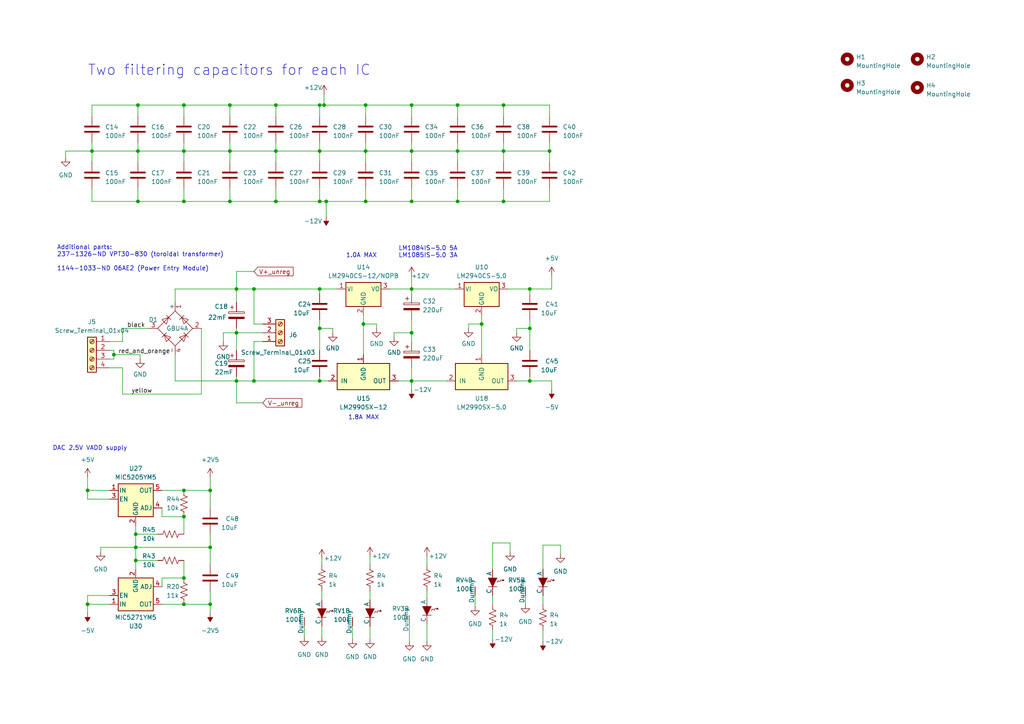
<source format=kicad_sch>
(kicad_sch (version 20230121) (generator eeschema)
  (paper "A4")
  (lib_symbols
    (symbol "Connector:Screw_Terminal_01x03" (pin_names (offset 1.016) hide)
      (property "Reference" "J" (at 0 5.08 0))
      (property "Value" "Screw_Terminal_01x03" (at 0 -5.08 0))
      (symbol "Screw_Terminal_01x03_1_1"
        (rectangle (start -1.27 3.81) (end 1.27 -3.81) (stroke (width 0.254)) (fill (type background)))
        (circle (center 0 -2.54) (radius 0.635) (stroke (width 0.1524)))
        (polyline (pts (xy -0.5334 -2.2098) (xy 0.3302 -3.048)) (stroke (width 0.1524)))
        (polyline (pts (xy -0.5334 0.3302) (xy 0.3302 -0.508)) (stroke (width 0.1524)))
        (polyline (pts (xy -0.5334 2.8702) (xy 0.3302 2.032)) (stroke (width 0.1524)))
        (polyline (pts (xy -0.3556 -2.032) (xy 0.508 -2.8702)) (stroke (width 0.1524)))
        (polyline (pts (xy -0.3556 0.508) (xy 0.508 -0.3302)) (stroke (width 0.1524)))
        (polyline (pts (xy -0.3556 3.048) (xy 0.508 2.2098)) (stroke (width 0.1524)))
        (circle (center 0 0) (radius 0.635) (stroke (width 0.1524)))
        (circle (center 0 2.54) (radius 0.635) (stroke (width 0.1524)))
        (pin passive line (at -5.08 2.54 0) (length 3.81) (name "Pin_1") (number "1"))
        (pin passive line (at -5.08 0 0) (length 3.81) (name "Pin_2") (number "2"))
        (pin passive line (at -5.08 -2.54 0) (length 3.81) (name "Pin_3") (number "3"))
      )
    )
    (symbol "Connector:Screw_Terminal_01x04" (pin_names (offset 1.016) hide)
      (property "Reference" "J" (at 0 5.08 0))
      (property "Value" "Screw_Terminal_01x04" (at 0 -7.62 0))
      (symbol "Screw_Terminal_01x04_1_1"
        (rectangle (start -1.27 3.81) (end 1.27 -6.35) (stroke (width 0.254)) (fill (type background)))
        (circle (center 0 -5.08) (radius 0.635) (stroke (width 0.1524)))
        (circle (center 0 -2.54) (radius 0.635) (stroke (width 0.1524)))
        (polyline (pts (xy -0.5334 -4.7498) (xy 0.3302 -5.588)) (stroke (width 0.1524)))
        (polyline (pts (xy -0.5334 -2.2098) (xy 0.3302 -3.048)) (stroke (width 0.1524)))
        (polyline (pts (xy -0.5334 0.3302) (xy 0.3302 -0.508)) (stroke (width 0.1524)))
        (polyline (pts (xy -0.5334 2.8702) (xy 0.3302 2.032)) (stroke (width 0.1524)))
        (polyline (pts (xy -0.3556 -4.572) (xy 0.508 -5.4102)) (stroke (width 0.1524)))
        (polyline (pts (xy -0.3556 -2.032) (xy 0.508 -2.8702)) (stroke (width 0.1524)))
        (polyline (pts (xy -0.3556 0.508) (xy 0.508 -0.3302)) (stroke (width 0.1524)))
        (polyline (pts (xy -0.3556 3.048) (xy 0.508 2.2098)) (stroke (width 0.1524)))
        (circle (center 0 0) (radius 0.635) (stroke (width 0.1524)))
        (circle (center 0 2.54) (radius 0.635) (stroke (width 0.1524)))
        (pin passive line (at -5.08 2.54 0) (length 3.81) (name "Pin_1") (number "1"))
        (pin passive line (at -5.08 0 0) (length 3.81) (name "Pin_2") (number "2"))
        (pin passive line (at -5.08 -2.54 0) (length 3.81) (name "Pin_3") (number "3"))
        (pin passive line (at -5.08 -5.08 0) (length 3.81) (name "Pin_4") (number "4"))
      )
    )
    (symbol "Device:C" (pin_numbers hide) (pin_names (offset 0.254))
      (property "Reference" "C" (at 0.635 2.54 0))
      (property "Value" "C" (at 0.635 -2.54 0))
      (symbol "C_0_1"
        (polyline (pts (xy -2.032 -0.762) (xy 2.032 -0.762)) (stroke (width 0.508)))
        (polyline (pts (xy -2.032 0.762) (xy 2.032 0.762)) (stroke (width 0.508)))
      )
      (symbol "C_1_1"
        (pin passive line (at 0 3.81 270) (length 2.794) (name "~") (number "1"))
        (pin passive line (at 0 -3.81 90) (length 2.794) (name "~") (number "2"))
      )
    )
    (symbol "Device:C_Polarized" (pin_numbers hide) (pin_names (offset 0.254))
      (property "Reference" "C" (at 0.635 2.54 0))
      (property "Value" "C_Polarized" (at 0.635 -2.54 0))
      (symbol "C_Polarized_0_1"
        (rectangle (start -2.286 0.508) (end 2.286 1.016))
        (polyline (pts (xy -1.778 2.286) (xy -0.762 2.286)))
        (polyline (pts (xy -1.27 2.794) (xy -1.27 1.778)))
        (rectangle (start 2.286 -0.508) (end -2.286 -1.016) (fill (type outline)))
      )
      (symbol "C_Polarized_1_1"
        (pin passive line (at 0 3.81 270) (length 2.794) (name "~") (number "1"))
        (pin passive line (at 0 -3.81 90) (length 2.794) (name "~") (number "2"))
      )
    )
    (symbol "Device:R_US" (pin_numbers hide) (pin_names (offset 0))
      (property "Reference" "R" (at 2.54 0 90))
      (property "Value" "R_US" (at -2.54 0 90))
      (symbol "R_US_0_1"
        (polyline (pts (xy 0 -2.286) (xy 0 -2.54)))
        (polyline (pts (xy 0 2.286) (xy 0 2.54)))
        (polyline (pts (xy 0 -0.762) (xy 1.016 -1.143) (xy 0 -1.524) (xy -1.016 -1.905) (xy 0 -2.286)))
        (polyline (pts (xy 0 0.762) (xy 1.016 0.381) (xy 0 0) (xy -1.016 -0.381) (xy 0 -0.762)))
        (polyline (pts (xy 0 2.286) (xy 1.016 1.905) (xy 0 1.524) (xy -1.016 1.143) (xy 0 0.762)))
      )
      (symbol "R_US_1_1"
        (pin passive line (at 0 3.81 270) (length 1.27) (name "~") (number "1"))
        (pin passive line (at 0 -3.81 90) (length 1.27) (name "~") (number "2"))
      )
    )
    (symbol "Diode_Bridge:GBU4A" (pin_names (offset 0))
      (property "Reference" "D" (at 2.54 6.985 0))
      (property "Value" "GBU4A" (at 2.54 5.08 0))
      (symbol "GBU4A_0_1"
        (polyline (pts (xy -2.54 3.81) (xy -1.27 2.54)))
        (polyline (pts (xy -1.27 -2.54) (xy -2.54 -3.81)))
        (polyline (pts (xy 2.54 -1.27) (xy 3.81 -2.54)))
        (polyline (pts (xy 2.54 1.27) (xy 3.81 2.54)))
        (polyline (pts (xy -3.81 2.54) (xy -2.54 1.27) (xy -1.905 3.175) (xy -3.81 2.54)))
        (polyline (pts (xy -2.54 -1.27) (xy -3.81 -2.54) (xy -1.905 -3.175) (xy -2.54 -1.27)))
        (polyline (pts (xy 1.27 2.54) (xy 2.54 3.81) (xy 3.175 1.905) (xy 1.27 2.54)))
        (polyline (pts (xy 3.175 -1.905) (xy 1.27 -2.54) (xy 2.54 -3.81) (xy 3.175 -1.905)))
        (polyline (pts (xy -5.08 0) (xy 0 -5.08) (xy 5.08 0) (xy 0 5.08) (xy -5.08 0)))
      )
      (symbol "GBU4A_1_1"
        (pin passive line (at 7.62 0 180) (length 2.54) (name "+") (number "1"))
        (pin passive line (at 0 -7.62 90) (length 2.54) (name "~") (number "2"))
        (pin passive line (at 0 7.62 270) (length 2.54) (name "~") (number "3"))
        (pin passive line (at -7.62 0 0) (length 2.54) (name "-") (number "4"))
      )
    )
    (symbol "Mechanical:MountingHole" (pin_names (offset 1.016))
      (property "Reference" "H" (at 0 5.08 0))
      (property "Value" "MountingHole" (at 0 3.175 0))
      (symbol "MountingHole_0_1"
        (circle (center 0 0) (radius 1.27) (stroke (width 1.27)))
      )
    )
    (symbol "Regulator_Linear:LM2937xS" (pin_names (offset 0.254))
      (property "Reference" "U" (at -3.81 3.175 0))
      (property "Value" "LM2937xS" (at 0 3.175 0))
      (symbol "LM2937xS_0_1"
        (rectangle (start -5.08 -5.08) (end 5.08 1.905) (stroke (width 0.254)) (fill (type background)))
      )
      (symbol "LM2937xS_1_1"
        (pin power_in line (at -7.62 0 0) (length 2.54) (name "VI") (number "1"))
        (pin power_in line (at 0 -7.62 90) (length 2.54) (name "GND") (number "2"))
        (pin power_out line (at 7.62 0 180) (length 2.54) (name "VO") (number "3"))
      )
    )
    (symbol "Regulator_Linear:LM2990SX-12" (pin_names (offset 1.016))
      (property "Reference" "U" (at -7.874 4.064 0))
      (property "Value" "LM2990SX-12" (at -3.048 4.064 0))
      (symbol "LM2990SX-12_0_1"
        (rectangle (start -7.62 2.54) (end 7.62 -5.08) (stroke (width 0.254)) (fill (type background)))
      )
      (symbol "LM2990SX-12_1_1"
        (pin power_in line (at 0 -7.62 90) (length 2.54) (name "GND") (number "1"))
        (pin power_in line (at -10.16 0 0) (length 2.54) (name "IN") (number "2"))
        (pin power_out line (at 10.16 0 180) (length 2.54) (name "OUT") (number "3"))
      )
    )
    (symbol "Regulator_Linear:MIC5205YM5" (pin_names (offset 0.254))
      (property "Reference" "U" (at -3.81 5.715 0))
      (property "Value" "MIC5205YM5" (at 0 5.715 0))
      (symbol "MIC5205YM5_0_1"
        (rectangle (start -5.08 4.445) (end 5.08 -5.08) (stroke (width 0.254)) (fill (type background)))
      )
      (symbol "MIC5205YM5_1_1"
        (pin power_in line (at -7.62 2.54 0) (length 2.54) (name "IN") (number "1"))
        (pin power_in line (at 0 -7.62 90) (length 2.54) (name "GND") (number "2"))
        (pin input line (at -7.62 0 0) (length 2.54) (name "EN") (number "3"))
        (pin input line (at 7.62 -2.54 180) (length 2.54) (name "ADJ") (number "4"))
        (pin power_out line (at 7.62 2.54 180) (length 2.54) (name "OUT") (number "5"))
      )
    )
    (symbol "local_lib:potentiometer_and _LED" (pin_numbers hide) (pin_names (offset 0))
      (property "Reference" "RV" (at -4.445 0 90))
      (property "Value" "100k" (at -2.54 0 90))
      (symbol "potentiometer_and _LED_1_1"
        (unit_name "Potentiometer")
        (polyline (pts (xy 0 -2.286) (xy 0 -2.54)))
        (polyline (pts (xy 0 2.54) (xy 0 2.286)))
        (polyline (pts (xy 2.54 0) (xy 1.524 0)))
        (polyline (pts (xy 1.143 0) (xy 2.286 0.508) (xy 2.286 -0.508) (xy 1.143 0)) (fill (type outline)))
        (polyline (pts (xy 0 -0.762) (xy 1.016 -1.143) (xy 0 -1.524) (xy -1.016 -1.905) (xy 0 -2.286)))
        (polyline (pts (xy 0 0.762) (xy 1.016 0.381) (xy 0 0) (xy -1.016 -0.381) (xy 0 -0.762)))
        (polyline (pts (xy 0 2.286) (xy 1.016 1.905) (xy 0 1.524) (xy -1.016 1.143) (xy 0 0.762)))
        (pin passive line (at 0 3.81 270) (length 1.27) (name "1") (number "1"))
        (pin passive line (at 3.81 0 180) (length 1.27) (name "2") (number "2"))
        (pin passive line (at 0 -3.81 90) (length 1.27) (name "3") (number "3"))
      )
      (symbol "potentiometer_and _LED_2_1"
        (unit_name "LED")
        (polyline (pts (xy -1.27 -1.27) (xy 1.27 -1.27)))
        (polyline (pts (xy 1.27 1.27) (xy -1.27 1.27) (xy 0 -1.27) (xy 1.27 1.27)) (fill (type outline)))
        (polyline (pts (xy 1.27 0) (xy 1.5487 0.4956) (xy 2.1435 0.1982) (xy 2.3615 0.7335) (xy 2.9364 0.5947) (xy 3.0356 0.8524) (xy 2.7977 0.4163) (xy 3.3329 0.4956) (xy 3.0356 0.8722) (xy 3.1545 0.555) (xy 3.0157 0.5947)))
        (pin passive line (at 0 3.81 270) (length 2.54) (name "A") (number "A"))
        (pin passive line (at 0 -3.81 90) (length 2.54) (name "C") (number "C"))
        (pin passive line (at -5.08 -3.81 90) (length 2.54) (name "Dummy") (number "L"))
      )
    )
    (symbol "power:+12V" (power) (pin_names (offset 0))
      (property "Value" "+12V" (at 0 3.556 0))
      (symbol "+12V_0_1"
        (polyline (pts (xy -0.762 1.27) (xy 0 2.54)))
        (polyline (pts (xy 0 0) (xy 0 2.54)))
        (polyline (pts (xy 0 2.54) (xy 0.762 1.27)))
      )
      (symbol "+12V_1_1"
        (pin power_in line (at 0 0 90) (length 0) hide (name "+12V") (number "1"))
      )
    )
    (symbol "power:+2V5" (power) (pin_names (offset 0))
      (property "Value" "+2V5" (at 0 3.556 0))
      (symbol "+2V5_0_1"
        (polyline (pts (xy -0.762 1.27) (xy 0 2.54)))
        (polyline (pts (xy 0 0) (xy 0 2.54)))
        (polyline (pts (xy 0 2.54) (xy 0.762 1.27)))
      )
      (symbol "+2V5_1_1"
        (pin power_in line (at 0 0 90) (length 0) hide (name "+2V5") (number "1"))
      )
    )
    (symbol "power:+5V" (power) (pin_names (offset 0))
      (property "Value" "+5V" (at 0 3.556 0))
      (symbol "+5V_0_1"
        (polyline (pts (xy -0.762 1.27) (xy 0 2.54)))
        (polyline (pts (xy 0 0) (xy 0 2.54)))
        (polyline (pts (xy 0 2.54) (xy 0.762 1.27)))
      )
      (symbol "+5V_1_1"
        (pin power_in line (at 0 0 90) (length 0) hide (name "+5V") (number "1"))
      )
    )
    (symbol "power:-12V" (power) (pin_names (offset 0))
      (property "Value" "-12V" (at 0 3.81 0))
      (symbol "-12V_0_0"
        (pin power_in line (at 0 0 90) (length 0) hide (name "-12V") (number "1"))
      )
      (symbol "-12V_0_1"
        (polyline (pts (xy 0 0) (xy 0 1.27) (xy 0.762 1.27) (xy 0 2.54) (xy -0.762 1.27) (xy 0 1.27)) (fill (type outline)))
      )
    )
    (symbol "power:-2V5" (power) (pin_names (offset 0))
      (property "Value" "-2V5" (at 0 3.81 0))
      (symbol "-2V5_0_0"
        (pin power_in line (at 0 0 90) (length 0) hide (name "-2V5") (number "1"))
      )
      (symbol "-2V5_0_1"
        (polyline (pts (xy 0 0) (xy 0 1.27) (xy 0.762 1.27) (xy 0 2.54) (xy -0.762 1.27) (xy 0 1.27)) (fill (type outline)))
      )
    )
    (symbol "power:-5V" (power) (pin_names (offset 0))
      (property "Value" "-5V" (at 0 3.81 0))
      (symbol "-5V_0_0"
        (pin power_in line (at 0 0 90) (length 0) hide (name "-5V") (number "1"))
      )
      (symbol "-5V_0_1"
        (polyline (pts (xy 0 0) (xy 0 1.27) (xy 0.762 1.27) (xy 0 2.54) (xy -0.762 1.27) (xy 0 1.27)) (fill (type outline)))
      )
    )
    (symbol "power:GND" (power) (pin_names (offset 0))
      (property "Value" "GND" (at 0 -3.81 0))
      (symbol "GND_0_1"
        (polyline (pts (xy 0 0) (xy 0 -1.27) (xy 1.27 -1.27) (xy 0 -2.54) (xy -1.27 -1.27) (xy 0 -1.27)))
      )
      (symbol "GND_1_1"
        (pin power_in line (at 0 0 270) (length 0) hide (name "GND") (number "1"))
      )
    )
  )
  (junction (at 119.38 58.42))
  (junction (at 119.38 30.48))
  (junction (at 106.045 43.815))
  (junction (at 146.05 58.42))
  (junction (at 153.67 110.49))
  (junction (at 159.385 43.815))
  (junction (at 68.58 83.82))
  (junction (at 53.34 175.26))
  (junction (at 119.38 96.52))
  (junction (at 53.34 30.48))
  (junction (at 80.01 43.815))
  (junction (at 153.67 95.25))
  (junction (at 25.4 142.24))
  (junction (at 53.34 43.815))
  (junction (at 73.66 110.49))
  (junction (at 139.7 93.98))
  (junction (at 39.37 154.94))
  (junction (at 53.34 167.64))
  (junction (at 105.41 93.98))
  (junction (at 153.67 83.82))
  (junction (at 40.005 58.42))
  (junction (at 66.675 58.42))
  (junction (at 33.02 102.87))
  (junction (at 119.38 110.49))
  (junction (at 39.37 158.75))
  (junction (at 68.58 96.52))
  (junction (at 60.96 142.24))
  (junction (at 132.715 30.48))
  (junction (at 26.67 43.815))
  (junction (at 68.58 110.49))
  (junction (at 106.045 30.48))
  (junction (at 40.005 30.48))
  (junction (at 92.71 95.25))
  (junction (at 119.38 43.815))
  (junction (at 80.01 58.42))
  (junction (at 40.005 43.815))
  (junction (at 132.715 58.42))
  (junction (at 60.96 158.75))
  (junction (at 92.71 83.82))
  (junction (at 73.66 83.82))
  (junction (at 53.34 149.86))
  (junction (at 92.71 43.815))
  (junction (at 146.05 30.48))
  (junction (at 66.675 30.48))
  (junction (at 146.05 43.815))
  (junction (at 80.01 30.48))
  (junction (at 119.38 83.82))
  (junction (at 92.71 110.49))
  (junction (at 92.71 30.48))
  (junction (at 60.96 175.26))
  (junction (at 132.715 43.815))
  (junction (at 39.37 162.56))
  (junction (at 93.98 30.48))
  (junction (at 66.675 43.815))
  (junction (at 94.615 58.42))
  (junction (at 25.4 175.26))
  (junction (at 106.045 58.42))
  (junction (at 92.71 58.42))
  (junction (at 53.34 142.24))
  (junction (at 53.34 58.42))
  (wire (pts (xy 64.77 99.06) (xy 64.77 96.52)))
  (wire (pts (xy 119.38 43.815) (xy 119.38 46.99)))
  (wire (pts (xy 146.05 30.48) (xy 132.715 30.48)))
  (wire (pts (xy 92.71 41.275) (xy 92.71 43.815)))
  (wire (pts (xy 39.37 162.56) (xy 45.72 162.56)))
  (wire (pts (xy 66.675 41.275) (xy 66.675 43.815)))
  (wire (pts (xy 94.615 58.42) (xy 94.615 62.865)))
  (wire (pts (xy 39.37 154.94) (xy 45.72 154.94)))
  (wire (pts (xy 31.75 99.06) (xy 35.56 99.06)))
  (wire (pts (xy 46.99 149.86) (xy 53.34 149.86)))
  (wire (pts (xy 119.38 106.68) (xy 119.38 110.49)))
  (wire (pts (xy 132.715 41.275) (xy 132.715 43.815)))
  (wire (pts (xy 53.34 149.86) (xy 53.34 154.94)))
  (wire (pts (xy 40.005 30.48) (xy 53.34 30.48)))
  (wire (pts (xy 29.21 160.02) (xy 29.21 158.75)))
  (wire (pts (xy 106.045 41.275) (xy 106.045 43.815)))
  (wire (pts (xy 68.58 110.49) (xy 68.58 116.84)))
  (wire (pts (xy 26.67 43.815) (xy 19.05 43.815)))
  (wire (pts (xy 40.005 54.61) (xy 40.005 58.42)))
  (wire (pts (xy 53.34 175.26) (xy 60.96 175.26)))
  (wire (pts (xy 146.05 43.815) (xy 159.385 43.815)))
  (wire (pts (xy 73.66 93.98) (xy 73.66 83.82)))
  (wire (pts (xy 66.675 43.815) (xy 53.34 43.815)))
  (wire (pts (xy 139.7 93.98) (xy 139.7 102.87)))
  (wire (pts (xy 68.58 83.82) (xy 68.58 87.63)))
  (wire (pts (xy 66.675 43.815) (xy 80.01 43.815)))
  (wire (pts (xy 80.01 43.815) (xy 80.01 46.99)))
  (wire (pts (xy 68.58 95.25) (xy 68.58 96.52)))
  (wire (pts (xy 123.825 161.29) (xy 123.825 163.83)))
  (wire (pts (xy 92.71 30.48) (xy 92.71 33.655)))
  (wire (pts (xy 80.01 30.48) (xy 92.71 30.48)))
  (wire (pts (xy 53.34 58.42) (xy 66.675 58.42)))
  (wire (pts (xy 106.045 43.815) (xy 106.045 46.99)))
  (wire (pts (xy 132.715 30.48) (xy 132.715 33.655)))
  (wire (pts (xy 50.8 83.82) (xy 68.58 83.82)))
  (wire (pts (xy 105.41 91.44) (xy 105.41 93.98)))
  (wire (pts (xy 26.67 43.815) (xy 40.005 43.815)))
  (wire (pts (xy 66.675 30.48) (xy 80.01 30.48)))
  (wire (pts (xy 39.37 154.94) (xy 39.37 158.75)))
  (wire (pts (xy 159.385 43.815) (xy 159.385 46.99)))
  (wire (pts (xy 114.3 97.79) (xy 114.3 96.52)))
  (wire (pts (xy 123.825 180.975) (xy 123.825 186.055)))
  (wire (pts (xy 46.99 175.26) (xy 53.34 175.26)))
  (wire (pts (xy 50.8 87.63) (xy 50.8 83.82)))
  (wire (pts (xy 106.045 30.48) (xy 106.045 33.655)))
  (wire (pts (xy 159.385 30.48) (xy 146.05 30.48)))
  (wire (pts (xy 92.71 95.25) (xy 92.71 101.6)))
  (wire (pts (xy 142.875 182.88) (xy 142.875 185.42)))
  (wire (pts (xy 66.675 54.61) (xy 66.675 58.42)))
  (wire (pts (xy 96.52 96.52) (xy 96.52 95.25)))
  (wire (pts (xy 132.715 54.61) (xy 132.715 58.42)))
  (wire (pts (xy 146.05 54.61) (xy 146.05 58.42)))
  (wire (pts (xy 66.675 30.48) (xy 66.675 33.655)))
  (wire (pts (xy 64.77 96.52) (xy 68.58 96.52)))
  (wire (pts (xy 109.22 95.25) (xy 109.22 93.98)))
  (wire (pts (xy 80.01 41.275) (xy 80.01 43.815)))
  (wire (pts (xy 159.385 30.48) (xy 159.385 33.655)))
  (wire (pts (xy 149.86 95.25) (xy 149.86 96.52)))
  (wire (pts (xy 92.71 110.49) (xy 95.25 110.49)))
  (wire (pts (xy 146.05 41.275) (xy 146.05 43.815)))
  (wire (pts (xy 68.58 116.84) (xy 76.2 116.84)))
  (wire (pts (xy 40.005 30.48) (xy 40.005 33.655)))
  (wire (pts (xy 139.7 91.44) (xy 139.7 93.98)))
  (wire (pts (xy 92.71 43.815) (xy 92.71 46.99)))
  (wire (pts (xy 119.38 83.82) (xy 132.08 83.82)))
  (wire (pts (xy 26.67 30.48) (xy 40.005 30.48)))
  (wire (pts (xy 73.66 99.06) (xy 73.66 110.49)))
  (wire (pts (xy 106.045 58.42) (xy 119.38 58.42)))
  (wire (pts (xy 76.2 99.06) (xy 73.66 99.06)))
  (wire (pts (xy 60.96 175.26) (xy 60.96 177.8)))
  (wire (pts (xy 119.38 92.71) (xy 119.38 96.52)))
  (wire (pts (xy 146.05 30.48) (xy 146.05 33.655)))
  (wire (pts (xy 162.56 158.115) (xy 157.48 158.115)))
  (wire (pts (xy 146.05 58.42) (xy 159.385 58.42)))
  (wire (pts (xy 26.67 41.275) (xy 26.67 43.815)))
  (wire (pts (xy 40.005 43.815) (xy 40.005 46.99)))
  (wire (pts (xy 53.34 30.48) (xy 66.675 30.48)))
  (wire (pts (xy 107.315 171.45) (xy 107.315 173.99)))
  (wire (pts (xy 29.21 158.75) (xy 39.37 158.75)))
  (wire (pts (xy 132.715 43.815) (xy 146.05 43.815)))
  (wire (pts (xy 25.4 144.78) (xy 25.4 142.24)))
  (wire (pts (xy 113.03 83.82) (xy 119.38 83.82)))
  (wire (pts (xy 92.71 109.22) (xy 92.71 110.49)))
  (wire (pts (xy 35.56 106.68) (xy 35.56 114.3)))
  (wire (pts (xy 135.89 93.98) (xy 135.89 95.25)))
  (wire (pts (xy 114.3 96.52) (xy 119.38 96.52)))
  (wire (pts (xy 25.4 172.72) (xy 25.4 175.26)))
  (wire (pts (xy 153.67 110.49) (xy 160.02 110.49)))
  (wire (pts (xy 53.34 54.61) (xy 53.34 58.42)))
  (wire (pts (xy 31.75 144.78) (xy 25.4 144.78)))
  (wire (pts (xy 60.96 142.24) (xy 60.96 147.32)))
  (wire (pts (xy 26.67 33.655) (xy 26.67 30.48)))
  (wire (pts (xy 132.715 43.815) (xy 132.715 46.99)))
  (wire (pts (xy 162.56 160.655) (xy 162.56 158.115)))
  (wire (pts (xy 119.38 80.01) (xy 119.38 83.82)))
  (wire (pts (xy 142.875 157.48) (xy 147.955 157.48)))
  (wire (pts (xy 66.675 43.815) (xy 66.675 46.99)))
  (wire (pts (xy 31.75 142.24) (xy 25.4 142.24)))
  (wire (pts (xy 96.52 95.25) (xy 92.71 95.25)))
  (wire (pts (xy 53.34 142.24) (xy 60.96 142.24)))
  (wire (pts (xy 68.58 96.52) (xy 76.2 96.52)))
  (wire (pts (xy 60.96 154.94) (xy 60.96 158.75)))
  (wire (pts (xy 153.67 83.82) (xy 160.02 83.82)))
  (wire (pts (xy 132.715 58.42) (xy 146.05 58.42)))
  (wire (pts (xy 119.38 30.48) (xy 106.045 30.48)))
  (wire (pts (xy 92.71 92.71) (xy 92.71 95.25)))
  (wire (pts (xy 60.96 138.43) (xy 60.96 142.24)))
  (wire (pts (xy 102.235 181.61) (xy 102.235 185.42)))
  (wire (pts (xy 115.57 110.49) (xy 119.38 110.49)))
  (wire (pts (xy 60.96 158.75) (xy 39.37 158.75)))
  (wire (pts (xy 94.615 58.42) (xy 106.045 58.42)))
  (wire (pts (xy 118.745 180.975) (xy 118.745 186.055)))
  (wire (pts (xy 157.48 172.72) (xy 157.48 175.26)))
  (wire (pts (xy 26.67 43.815) (xy 26.67 46.99)))
  (wire (pts (xy 80.01 54.61) (xy 80.01 58.42)))
  (wire (pts (xy 153.67 92.71) (xy 153.67 95.25)))
  (wire (pts (xy 53.34 162.56) (xy 53.34 167.64)))
  (wire (pts (xy 46.99 170.18) (xy 46.99 167.64)))
  (wire (pts (xy 135.89 93.98) (xy 139.7 93.98)))
  (wire (pts (xy 40.005 41.275) (xy 40.005 43.815)))
  (wire (pts (xy 119.38 85.09) (xy 119.38 83.82)))
  (wire (pts (xy 39.37 162.56) (xy 39.37 165.1)))
  (wire (pts (xy 35.56 114.3) (xy 58.42 114.3)))
  (wire (pts (xy 39.37 158.75) (xy 39.37 162.56)))
  (wire (pts (xy 147.32 83.82) (xy 153.67 83.82)))
  (wire (pts (xy 31.75 172.72) (xy 25.4 172.72)))
  (wire (pts (xy 153.67 83.82) (xy 153.67 85.09)))
  (wire (pts (xy 147.955 157.48) (xy 147.955 160.02)))
  (wire (pts (xy 153.67 95.25) (xy 153.67 101.6)))
  (wire (pts (xy 33.02 102.87) (xy 40.64 102.87)))
  (wire (pts (xy 132.715 30.48) (xy 119.38 30.48)))
  (wire (pts (xy 159.385 54.61) (xy 159.385 58.42)))
  (wire (pts (xy 92.71 43.815) (xy 106.045 43.815)))
  (wire (pts (xy 80.01 43.815) (xy 92.71 43.815)))
  (wire (pts (xy 31.75 101.6) (xy 33.02 101.6)))
  (wire (pts (xy 109.22 93.98) (xy 105.41 93.98)))
  (wire (pts (xy 33.02 102.87) (xy 33.02 104.14)))
  (wire (pts (xy 58.42 95.25) (xy 58.42 114.3)))
  (wire (pts (xy 149.86 95.25) (xy 153.67 95.25)))
  (wire (pts (xy 159.385 41.275) (xy 159.385 43.815)))
  (wire (pts (xy 137.795 172.72) (xy 137.795 175.895)))
  (wire (pts (xy 53.34 41.275) (xy 53.34 43.815)))
  (wire (pts (xy 66.675 58.42) (xy 80.01 58.42)))
  (wire (pts (xy 107.315 181.61) (xy 107.315 185.42)))
  (wire (pts (xy 157.48 158.115) (xy 157.48 165.1)))
  (wire (pts (xy 68.58 78.74) (xy 68.58 83.82)))
  (wire (pts (xy 53.34 30.48) (xy 53.34 33.655)))
  (wire (pts (xy 149.86 110.49) (xy 153.67 110.49)))
  (wire (pts (xy 152.4 172.72) (xy 152.4 175.26)))
  (wire (pts (xy 73.66 83.82) (xy 92.71 83.82)))
  (wire (pts (xy 119.38 54.61) (xy 119.38 58.42)))
  (wire (pts (xy 46.99 167.64) (xy 53.34 167.64)))
  (wire (pts (xy 26.67 54.61) (xy 26.67 58.42)))
  (wire (pts (xy 31.75 175.26) (xy 25.4 175.26)))
  (wire (pts (xy 92.71 58.42) (xy 94.615 58.42)))
  (wire (pts (xy 107.315 161.29) (xy 107.315 163.83)))
  (wire (pts (xy 119.38 58.42) (xy 132.715 58.42)))
  (wire (pts (xy 40.005 43.815) (xy 53.34 43.815)))
  (wire (pts (xy 105.41 93.98) (xy 105.41 102.87)))
  (wire (pts (xy 40.64 102.87) (xy 40.64 104.14)))
  (wire (pts (xy 80.01 58.42) (xy 92.71 58.42)))
  (wire (pts (xy 92.71 54.61) (xy 92.71 58.42)))
  (wire (pts (xy 40.005 58.42) (xy 53.34 58.42)))
  (wire (pts (xy 93.345 181.61) (xy 93.345 184.785)))
  (wire (pts (xy 119.38 30.48) (xy 119.38 33.655)))
  (wire (pts (xy 53.34 43.815) (xy 53.34 46.99)))
  (wire (pts (xy 119.38 110.49) (xy 119.38 113.03)))
  (wire (pts (xy 119.38 43.815) (xy 132.715 43.815)))
  (wire (pts (xy 39.37 152.4) (xy 39.37 154.94)))
  (wire (pts (xy 50.8 110.49) (xy 50.8 102.87)))
  (wire (pts (xy 106.045 30.48) (xy 93.98 30.48)))
  (wire (pts (xy 93.345 161.925) (xy 93.345 163.83)))
  (wire (pts (xy 119.38 43.815) (xy 106.045 43.815)))
  (wire (pts (xy 142.875 172.72) (xy 142.875 175.26)))
  (wire (pts (xy 153.67 109.22) (xy 153.67 110.49)))
  (wire (pts (xy 119.38 96.52) (xy 119.38 99.06)))
  (wire (pts (xy 146.05 43.815) (xy 146.05 46.99)))
  (wire (pts (xy 35.56 95.25) (xy 43.18 95.25)))
  (wire (pts (xy 106.045 54.61) (xy 106.045 58.42)))
  (wire (pts (xy 73.66 78.74) (xy 68.58 78.74)))
  (wire (pts (xy 160.02 110.49) (xy 160.02 113.03)))
  (wire (pts (xy 119.38 110.49) (xy 129.54 110.49)))
  (wire (pts (xy 73.66 110.49) (xy 92.71 110.49)))
  (wire (pts (xy 142.875 165.1) (xy 142.875 157.48)))
  (wire (pts (xy 26.67 58.42) (xy 40.005 58.42)))
  (wire (pts (xy 123.825 171.45) (xy 123.825 173.355)))
  (wire (pts (xy 68.58 109.22) (xy 68.58 110.49)))
  (wire (pts (xy 60.96 158.75) (xy 60.96 163.83)))
  (wire (pts (xy 68.58 96.52) (xy 68.58 101.6)))
  (wire (pts (xy 46.99 147.32) (xy 46.99 149.86)))
  (wire (pts (xy 31.75 104.14) (xy 33.02 104.14)))
  (wire (pts (xy 25.4 142.24) (xy 25.4 138.43)))
  (wire (pts (xy 31.75 106.68) (xy 35.56 106.68)))
  (wire (pts (xy 92.71 83.82) (xy 97.79 83.82)))
  (wire (pts (xy 93.345 171.45) (xy 93.345 173.99)))
  (wire (pts (xy 88.265 181.61) (xy 88.265 184.785)))
  (wire (pts (xy 68.58 83.82) (xy 73.66 83.82)))
  (wire (pts (xy 92.71 30.48) (xy 93.98 30.48)))
  (wire (pts (xy 76.2 93.98) (xy 73.66 93.98)))
  (wire (pts (xy 93.98 27.305) (xy 93.98 30.48)))
  (wire (pts (xy 119.38 41.275) (xy 119.38 43.815)))
  (wire (pts (xy 35.56 99.06) (xy 35.56 95.25)))
  (wire (pts (xy 92.71 83.82) (xy 92.71 85.09)))
  (wire (pts (xy 25.4 175.26) (xy 25.4 177.8)))
  (wire (pts (xy 60.96 171.45) (xy 60.96 175.26)))
  (wire (pts (xy 160.02 80.01) (xy 160.02 83.82)))
  (wire (pts (xy 68.58 110.49) (xy 73.66 110.49)))
  (wire (pts (xy 19.05 43.815) (xy 19.05 45.72)))
  (wire (pts (xy 157.48 182.88) (xy 157.48 186.055)))
  (wire (pts (xy 33.02 101.6) (xy 33.02 102.87)))
  (wire (pts (xy 50.8 110.49) (xy 68.58 110.49)))
  (wire (pts (xy 46.99 142.24) (xy 53.34 142.24)))
  (wire (pts (xy 80.01 30.48) (xy 80.01 33.655)))
  (text "DAC 2.5V VADD supply" (at 15.24 130.81 0) (effects (font (size 1.27 1.27)) (justify left bottom)))
  (text "Two filtering capacitors for each IC " (at 25.4 22.225 0) (effects (font (size 3 3)) (justify left bottom)))
  (text "1.8A MAX" (at 100.965 121.92 0) (effects (font (size 1.27 1.27)) (justify left bottom)))
  (text "LM1084IS-5.0 5A\nLM1085IS-5.0 3A\n" (at 115.57 74.93 0) (effects (font (size 1.27 1.27)) (justify left bottom)))
  (text "1.0A MAX" (at 100.33 74.93 0) (effects (font (size 1.27 1.27)) (justify left bottom)))
  (text "Additional parts:\n237-1326-ND VPT30-830 (toroidal transformer)\n	\n1144-1033-ND 06AE2 (Power Entry Module)\n" (at 16.51 78.74 0) (effects (font (size 1.27 1.27)) (justify left bottom)))
  (label "black" (at 36.83 95.25 0))
  (label "yellow" (at 38.1 114.3 0))
  (label "red_and_orange" (at 34.29 102.87 0))
  (global_label "V+_unreg" (shape input) (at 73.66 78.74 0) (property "Intersheetrefs" "${INTERSHEET_REFS}" (effects hide)))
  (global_label "V-_unreg" (shape input) (at 76.2 116.84 0) (property "Intersheetrefs" "${INTERSHEET_REFS}" (effects hide)))
  (symbol (lib_id "power:GND") (at 88.265 184.785 0) (unit 1)
    (property "Reference" "#PWR040" (effects hide))
    (property "Value" "GND" (at 88.265 189.865 0))
  )
  (symbol (lib_id "power:GND") (at 162.56 160.655 0) (unit 1)
    (property "Reference" "#PWR061" (effects hide))
    (property "Value" "GND" (at 162.56 165.735 0))
  )
  (symbol (lib_id "Regulator_Linear:LM2990SX-12") (at 105.41 110.49 0) (mirror x) (unit 1)
    (property "Reference" "U15" (at 105.41 115.57 0))
    (property "Value" "LM2990SX-12" (at 105.41 118.11 0))
    (property "Footprint" "Package_TO_SOT_SMD:TO-263-3_TabPin2" (effects hide))
    (property "Datasheet" "http://www.ti.com/lit/ds/symlink/lm2990.pdf" (effects hide))
    (property "DIGIKEY" "LM2990SX-12/NOPBCT-ND" (effects hide))
    (property "PARTNO" "LM2990SX-12/NOPB" (effects hide))
  )
  (symbol (lib_id "Device:C") (at 119.38 37.465 0) (unit 1)
    (property "Reference" "C34" (at 123.19 36.83 0) (effects (justify left)))
    (property "Value" "100nF" (at 123.19 39.37 0) (effects (justify left)))
    (property "Footprint" "Capacitor_SMD:C_0805_2012Metric" (effects hide))
  )
  (symbol (lib_id "Mechanical:MountingHole") (at 266.065 25.4 0) (unit 1)
    (property "Reference" "H4" (at 268.605 24.765 0) (effects (justify left)))
    (property "Value" "MountingHole" (at 268.605 27.305 0) (effects (justify left)))
    (property "Footprint" "MountingHole:MountingHole_3.2mm_M3_ISO14580" (effects hide))
  )
  (symbol (lib_id "Device:R_US") (at 93.345 167.64 180) (unit 1)
    (property "Reference" "R4" (at 95.25 167.005 0) (effects (justify right)))
    (property "Value" "1k" (at 95.25 169.545 0) (effects (justify right)))
    (property "Footprint" "Resistor_SMD:R_0805_2012Metric" (effects hide))
    (instances (project "basic_pid" (path "" (reference "R4") (unit 1)) (path "" (reference "R24") (unit 1))))
  )
  (symbol (lib_id "Device:C") (at 26.67 37.465 0) (unit 1)
    (property "Reference" "C14" (at 30.48 36.83 0) (effects (justify left)))
    (property "Value" "100nF" (at 30.48 39.37 0) (effects (justify left)))
    (property "Footprint" "Capacitor_SMD:C_0805_2012Metric" (effects hide))
  )
  (symbol (lib_id "Device:R_US") (at 53.34 146.05 0) (unit 1)
    (property "Reference" "R44" (at 48.26 144.78 0) (effects (justify left)))
    (property "Value" "10k" (at 48.26 147.32 0) (effects (justify left)))
  )
  (symbol (lib_id "Device:C") (at 153.67 88.9 0) (unit 1)
    (property "Reference" "C41" (at 158.115 88.265 0) (effects (justify left)))
    (property "Value" "10uF" (at 156.845 90.805 0) (effects (justify left)))
    (property "Footprint" "Capacitor_SMD:C_1210_3225Metric" (effects hide))
  )
  (symbol (lib_id "Connector:Screw_Terminal_01x04") (at 26.67 101.6 0) (mirror y) (unit 1)
    (property "Reference" "J5" (at 26.67 93.345 0))
    (property "Value" "Screw_Terminal_01x04" (at 26.67 95.885 0))
    (property "Footprint" "TerminalBlock:TerminalBlock_Altech_AK300-4_P5.00mm" (effects hide))
  )
  (symbol (lib_id "Device:C") (at 60.96 167.64 0) (unit 1)
    (property "Reference" "C49" (at 65.405 167.005 0) (effects (justify left)))
    (property "Value" "10uF" (at 64.135 169.545 0) (effects (justify left)))
    (property "Footprint" "Capacitor_SMD:C_1210_3225Metric" (effects hide))
  )
  (symbol (lib_id "power:GND") (at 64.77 99.06 0) (unit 1)
    (property "Reference" "#PWR039" (effects hide))
    (property "Value" "GND" (at 64.77 103.505 0))
  )
  (symbol (lib_id "power:GND") (at 107.315 185.42 0) (unit 1)
    (property "Reference" "#PWR045" (effects hide))
    (property "Value" "GND" (at 107.315 190.5 0))
  )
  (symbol (lib_id "Regulator_Linear:LM2937xS") (at 105.41 83.82 0) (unit 1)
    (property "Reference" "U14" (at 105.41 77.47 0))
    (property "Value" "LM2940CS-12/NOPB" (at 105.41 80.01 0))
    (property "Footprint" "Package_TO_SOT_SMD:TO-263-3_TabPin2" (effects hide))
    (property "Datasheet" "https://rocelec.widen.net/view/pdf/plo4um4rey/NATLS09701-1.pdf" (effects hide))
    (property "DIGIKEY" "LM2940CS-12/NOPB-ND" (effects hide))
    (property "PARTNO" "LM2940CS-12/NOPB" (effects hide))
  )
  (symbol (lib_id "Device:C") (at 119.38 50.8 0) (unit 1)
    (property "Reference" "C35" (at 123.19 50.165 0) (effects (justify left)))
    (property "Value" "100nF" (at 123.19 52.705 0) (effects (justify left)))
    (property "Footprint" "Capacitor_SMD:C_0805_2012Metric" (effects hide))
  )
  (symbol (lib_id "power:GND") (at 109.22 95.25 0) (unit 1)
    (property "Reference" "#PWR052" (effects hide))
    (property "Value" "GND" (at 109.22 99.695 0))
  )
  (symbol (lib_id "Device:C_Polarized") (at 68.58 91.44 0) (unit 1)
    (property "Reference" "C18" (at 62.23 88.9 0) (effects (justify left)))
    (property "Value" "22mF" (at 60.325 92.075 0) (effects (justify left)))
    (property "Footprint" "Capacitor_THT:CP_Radial_D30.0mm_P10.00mm_SnapIn" (effects hide))
    (property "Datasheet" "https://www.cde.com/resources/catalogs/380-382.pdf" (effects hide))
    (property "DIGIKEY" "338-2433-ND" (effects hide))
    (property "PARTNO" "380LX223M035K052" (effects hide))
  )
  (symbol (lib_id "power:GND") (at 147.955 160.02 0) (unit 1)
    (property "Reference" "#PWR058" (effects hide))
    (property "Value" "GND" (at 147.955 165.1 0))
  )
  (symbol (lib_id "power:+2V5") (at 60.96 138.43 0) (unit 1)
    (property "Reference" "#PWR0106" (effects hide))
    (property "Value" "+2V5" (at 60.96 133.35 0))
  )
  (symbol (lib_id "power:GND") (at 29.21 160.02 0) (unit 1)
    (property "Reference" "#PWR0104" (effects hide))
    (property "Value" "GND" (at 29.21 165.1 0))
  )
  (symbol (lib_id "Regulator_Linear:MIC5205YM5") (at 39.37 144.78 0) (unit 1)
    (property "Reference" "U27" (at 39.37 135.89 0))
    (property "Value" "MIC5205YM5" (at 39.37 138.43 0))
    (property "Footprint" "Package_TO_SOT_SMD:SOT-23-5" (effects hide))
    (property "Datasheet" "http://ww1.microchip.com/downloads/en/DeviceDoc/20005785A.pdf" (effects hide))
  )
  (symbol (lib_id "Device:C") (at 80.01 37.465 0) (unit 1)
    (property "Reference" "C26" (at 83.82 36.83 0) (effects (justify left)))
    (property "Value" "100nF" (at 83.82 39.37 0) (effects (justify left)))
    (property "Footprint" "Capacitor_SMD:C_0805_2012Metric" (effects hide))
  )
  (symbol (lib_id "Device:C") (at 40.005 37.465 0) (unit 1)
    (property "Reference" "C16" (at 43.815 36.83 0) (effects (justify left)))
    (property "Value" "100nF" (at 43.815 39.37 0) (effects (justify left)))
    (property "Footprint" "Capacitor_SMD:C_0805_2012Metric" (effects hide))
  )
  (symbol (lib_id "Device:C") (at 53.34 50.8 0) (unit 1)
    (property "Reference" "C21" (at 57.15 50.165 0) (effects (justify left)))
    (property "Value" "100nF" (at 57.15 52.705 0) (effects (justify left)))
    (property "Footprint" "Capacitor_SMD:C_0805_2012Metric" (effects hide))
  )
  (symbol (lib_id "Device:C") (at 92.71 105.41 0) (unit 1)
    (property "Reference" "C25" (at 86.36 104.775 0) (effects (justify left)))
    (property "Value" "10uF" (at 85.09 107.315 0) (effects (justify left)))
    (property "Footprint" "Capacitor_SMD:C_1210_3225Metric" (effects hide))
  )
  (symbol (lib_id "Mechanical:MountingHole") (at 245.745 24.765 0) (unit 1)
    (property "Reference" "H3" (at 248.285 24.13 0) (effects (justify left)))
    (property "Value" "MountingHole" (at 248.285 26.67 0) (effects (justify left)))
    (property "Footprint" "MountingHole:MountingHole_3.2mm_M3_ISO14580" (effects hide))
  )
  (symbol (lib_id "local_lib:potentiometer_and _LED") (at 142.875 168.91 0) (unit 2)
    (property "Reference" "RV4" (at 137.16 168.275 0) (effects (justify right)))
    (property "Value" "100k" (at 137.16 170.815 0) (effects (justify right)))
    (property "Footprint" "lib:Slide_pot_45mm" (effects hide))
    (property "Datasheet" "https://www.bourns.com/docs/Product-Datasheets/PTL.pdf" (effects hide))
    (property "PARTNO" "PTL45-15O0-104B1" (effects hide))
    (property "DIGIKEY" "PTL45-15O0-104B1-ND" (effects hide))
    (instances (project "basic_pid" (path "" (reference "RV4") (unit 2)) (path "" (reference "RV5") (unit 2))))
  )
  (symbol (lib_id "power:+12V") (at 119.38 80.01 0) (unit 1)
    (property "Reference" "#PWR054" (effects hide))
    (property "Value" "+12V" (at 121.92 80.01 0))
  )
  (symbol (lib_id "Connector:Screw_Terminal_01x03") (at 81.28 96.52 0) (mirror x) (unit 1)
    (property "Reference" "J6" (at 83.82 97.155 0) (effects (justify left)))
    (property "Value" "Screw_Terminal_01x03" (at 69.85 102.235 0) (effects (justify left)))
    (property "Footprint" "TerminalBlock:TerminalBlock_Altech_AK300-3_P5.00mm" (effects hide))
  )
  (symbol (lib_id "Device:R_US") (at 123.825 167.64 180) (unit 1)
    (property "Reference" "R4" (at 125.73 167.005 0) (effects (justify right)))
    (property "Value" "1k" (at 125.73 169.545 0) (effects (justify right)))
    (property "Footprint" "Resistor_SMD:R_0805_2012Metric" (effects hide))
    (instances (project "basic_pid" (path "" (reference "R4") (unit 1)) (path "" (reference "R26") (unit 1))))
  )
  (symbol (lib_id "Regulator_Linear:LM2990SX-12") (at 139.7 110.49 0) (mirror x) (unit 1)
    (property "Reference" "U18" (at 139.7 115.57 0))
    (property "Value" "LM2990SX-5.0" (at 139.7 118.11 0))
    (property "Footprint" "Package_TO_SOT_SMD:TO-263-3_TabPin2" (effects hide))
    (property "Datasheet" "http://www.ti.com/lit/ds/symlink/lm2990.pdf" (effects hide))
    (property "DIGIKEY" "LM2990SX-5.0/NOPBCT-ND" (effects hide))
    (property "PARTNO" "LM2990SX-5.0/NOPB" (effects hide))
  )
  (symbol (lib_id "power:+12V") (at 93.345 161.925 0) (unit 1)
    (property "Reference" "#PWR041" (effects hide))
    (property "Value" "+12V" (at 96.52 161.925 0))
  )
  (symbol (lib_id "power:+12V") (at 93.98 27.305 0) (unit 1)
    (property "Reference" "#PWR048" (effects hide))
    (property "Value" "+12V" (at 90.805 25.4 0))
  )
  (symbol (lib_id "power:+12V") (at 107.315 161.29 0) (unit 1)
    (property "Reference" "#PWR044" (effects hide))
    (property "Value" "+12V" (at 110.49 161.29 0))
  )
  (symbol (lib_id "power:-12V") (at 157.48 186.055 180) (unit 1)
    (property "Reference" "#PWR060" (effects hide))
    (property "Value" "-12V" (at 160.655 186.055 0))
  )
  (symbol (lib_id "power:-2V5") (at 60.96 177.8 180) (unit 1)
    (property "Reference" "#PWR0105" (effects hide))
    (property "Value" "-2V5" (at 60.96 182.88 0))
  )
  (symbol (lib_id "power:+12V") (at 123.825 161.29 0) (unit 1)
    (property "Reference" "#PWR050" (effects hide))
    (property "Value" "+12V" (at 127 161.29 0))
  )
  (symbol (lib_id "Diode_Bridge:GBU4A") (at 50.8 95.25 90) (unit 1)
    (property "Reference" "D1" (at 44.45 92.71 90))
    (property "Value" "GBU4A" (at 51.435 95.25 90))
    (property "Footprint" "Diode_THT:Diode_Bridge_Vishay_GBU" (effects hide))
    (property "Datasheet" "http://www.vishay.com/docs/88656/gbu4a.pdf" (effects hide))
    (property "DIGIKEY" "GBU4A-ND" (effects hide))
    (property "PARTNO" "GBU4A" (effects hide))
  )
  (symbol (lib_id "Device:C") (at 106.045 50.8 0) (unit 1)
    (property "Reference" "C31" (at 109.855 50.165 0) (effects (justify left)))
    (property "Value" "100nF" (at 109.855 52.705 0) (effects (justify left)))
    (property "Footprint" "Capacitor_SMD:C_0805_2012Metric" (effects hide))
  )
  (symbol (lib_id "power:+5V") (at 160.02 80.01 0) (unit 1)
    (property "Reference" "#PWR079" (effects hide))
    (property "Value" "+5V" (at 160.02 74.93 0))
  )
  (symbol (lib_id "Device:C") (at 92.71 37.465 0) (unit 1)
    (property "Reference" "C28" (at 96.52 36.83 0) (effects (justify left)))
    (property "Value" "100nF" (at 96.52 39.37 0) (effects (justify left)))
    (property "Footprint" "Capacitor_SMD:C_0805_2012Metric" (effects hide))
  )
  (symbol (lib_id "Device:C") (at 66.675 37.465 0) (unit 1)
    (property "Reference" "C22" (at 70.485 36.83 0) (effects (justify left)))
    (property "Value" "100nF" (at 70.485 39.37 0) (effects (justify left)))
    (property "Footprint" "Capacitor_SMD:C_0805_2012Metric" (effects hide))
  )
  (symbol (lib_id "power:GND") (at 93.345 184.785 0) (unit 1)
    (property "Reference" "#PWR042" (effects hide))
    (property "Value" "GND" (at 93.345 189.865 0))
  )
  (symbol (lib_id "Mechanical:MountingHole") (at 266.065 17.145 0) (unit 1)
    (property "Reference" "H2" (at 268.605 16.51 0) (effects (justify left)))
    (property "Value" "MountingHole" (at 268.605 19.05 0) (effects (justify left)))
    (property "Footprint" "MountingHole:MountingHole_3.2mm_M3_ISO14580" (effects hide))
  )
  (symbol (lib_id "power:-12V") (at 94.615 62.865 180) (unit 1)
    (property "Reference" "#PWR049" (effects hide))
    (property "Value" "-12V" (at 90.805 64.135 0))
  )
  (symbol (lib_id "Device:C") (at 146.05 50.8 0) (unit 1)
    (property "Reference" "C39" (at 149.86 50.165 0) (effects (justify left)))
    (property "Value" "100nF" (at 149.86 52.705 0) (effects (justify left)))
    (property "Footprint" "Capacitor_SMD:C_0805_2012Metric" (effects hide))
  )
  (symbol (lib_id "power:GND") (at 96.52 96.52 0) (unit 1)
    (property "Reference" "#PWR046" (effects hide))
    (property "Value" "GND" (at 96.52 100.965 0))
  )
  (symbol (lib_id "power:GND") (at 19.05 45.72 0) (unit 1)
    (property "Reference" "#PWR038" (effects hide))
    (property "Value" "GND" (at 19.05 50.8 0))
  )
  (symbol (lib_id "Device:C") (at 53.34 37.465 0) (unit 1)
    (property "Reference" "C20" (at 57.15 36.83 0) (effects (justify left)))
    (property "Value" "100nF" (at 57.15 39.37 0) (effects (justify left)))
    (property "Footprint" "Capacitor_SMD:C_0805_2012Metric" (effects hide))
  )
  (symbol (lib_id "power:+5V") (at 25.4 138.43 0) (unit 1)
    (property "Reference" "#PWR0102" (effects hide))
    (property "Value" "+5V" (at 25.4 133.35 0))
  )
  (symbol (lib_id "Device:C") (at 80.01 50.8 0) (unit 1)
    (property "Reference" "C27" (at 83.82 50.165 0) (effects (justify left)))
    (property "Value" "100nF" (at 83.82 52.705 0) (effects (justify left)))
    (property "Footprint" "Capacitor_SMD:C_0805_2012Metric" (effects hide))
  )
  (symbol (lib_id "power:GND") (at 137.795 175.895 0) (unit 1)
    (property "Reference" "#PWR056" (effects hide))
    (property "Value" "GND" (at 137.795 180.975 0))
  )
  (symbol (lib_id "Device:C") (at 132.715 37.465 0) (unit 1)
    (property "Reference" "C36" (at 136.525 36.83 0) (effects (justify left)))
    (property "Value" "100nF" (at 136.525 39.37 0) (effects (justify left)))
    (property "Footprint" "Capacitor_SMD:C_0805_2012Metric" (effects hide))
  )
  (symbol (lib_id "local_lib:potentiometer_and _LED") (at 107.315 177.8 0) (unit 2)
    (property "Reference" "RV1" (at 101.6 177.165 0) (effects (justify right)))
    (property "Value" "100k" (at 101.6 179.705 0) (effects (justify right)))
    (property "Footprint" "lib:Slide_pot_45mm" (effects hide))
    (property "Datasheet" "https://www.bourns.com/docs/Product-Datasheets/PTL.pdf" (effects hide))
    (property "PARTNO" "PTL45-15O0-104B1" (effects hide))
    (property "DIGIKEY" "PTL45-15O0-104B1-ND" (effects hide))
    (instances (project "basic_pid" (path "" (reference "RV1") (unit 2)) (path "" (reference "RV3") (unit 2))))
  )
  (symbol (lib_id "Device:C_Polarized") (at 119.38 102.87 0) (unit 1)
    (property "Reference" "C33" (at 122.555 101.346 0) (effects (justify left)))
    (property "Value" "220uF" (at 122.555 103.886 0) (effects (justify left)))
    (property "Footprint" "Capacitor_SMD:CP_Elec_8x6.9" (effects hide))
    (property "Datasheet" "https://media.digikey.com/pdf/Data%20Sheets/Panasonic%20Electronic%20Components/S_Series,Type_V_Rev2018.pdf" (effects hide))
    (property "DIGIKEY" "PCE3955CT-ND" (effects hide))
    (property "PARTNO" "EEE-1VA221UP" (effects hide))
  )
  (symbol (lib_id "Device:C") (at 66.675 50.8 0) (unit 1)
    (property "Reference" "C23" (at 70.485 50.165 0) (effects (justify left)))
    (property "Value" "100nF" (at 70.485 52.705 0) (effects (justify left)))
    (property "Footprint" "Capacitor_SMD:C_0805_2012Metric" (effects hide))
  )
  (symbol (lib_id "power:-5V") (at 25.4 177.8 180) (unit 1)
    (property "Reference" "#PWR0103" (effects hide))
    (property "Value" "-5V" (at 25.4 182.88 0))
  )
  (symbol (lib_id "power:-12V") (at 119.38 113.03 180) (unit 1)
    (property "Reference" "#PWR055" (effects hide))
    (property "Value" "-12V" (at 122.555 113.03 0))
  )
  (symbol (lib_id "Device:C") (at 132.715 50.8 0) (unit 1)
    (property "Reference" "C37" (at 136.525 50.165 0) (effects (justify left)))
    (property "Value" "100nF" (at 136.525 52.705 0) (effects (justify left)))
    (property "Footprint" "Capacitor_SMD:C_0805_2012Metric" (effects hide))
  )
  (symbol (lib_id "local_lib:potentiometer_and _LED") (at 123.825 177.165 0) (unit 2)
    (property "Reference" "RV3" (at 118.745 176.53 0) (effects (justify right)))
    (property "Value" "100k" (at 118.745 179.07 0) (effects (justify right)))
    (property "Footprint" "lib:Slide_pot_45mm" (effects hide))
    (property "Datasheet" "https://www.bourns.com/docs/Product-Datasheets/PTL.pdf" (effects hide))
    (property "PARTNO" "PTL45-15O0-104B1" (effects hide))
    (property "DIGIKEY" "PTL45-15O0-104B1-ND" (effects hide))
    (instances (project "basic_pid" (path "" (reference "RV3") (unit 2)) (path "" (reference "RV4") (unit 2))))
  )
  (symbol (lib_id "Device:C") (at 159.385 37.465 0) (unit 1)
    (property "Reference" "C40" (at 163.195 36.83 0) (effects (justify left)))
    (property "Value" "100nF" (at 163.195 39.37 0) (effects (justify left)))
    (property "Footprint" "Capacitor_SMD:C_0805_2012Metric" (effects hide))
  )
  (symbol (lib_id "Device:C") (at 60.96 151.13 0) (unit 1)
    (property "Reference" "C48" (at 65.405 150.495 0) (effects (justify left)))
    (property "Value" "10uF" (at 64.135 153.035 0) (effects (justify left)))
    (property "Footprint" "Capacitor_SMD:C_1210_3225Metric" (effects hide))
  )
  (symbol (lib_id "Device:C") (at 146.05 37.465 0) (unit 1)
    (property "Reference" "C38" (at 149.86 36.83 0) (effects (justify left)))
    (property "Value" "100nF" (at 149.86 39.37 0) (effects (justify left)))
    (property "Footprint" "Capacitor_SMD:C_0805_2012Metric" (effects hide))
  )
  (symbol (lib_id "Device:R_US") (at 107.315 167.64 180) (unit 1)
    (property "Reference" "R4" (at 109.22 167.005 0) (effects (justify right)))
    (property "Value" "1k" (at 109.22 169.545 0) (effects (justify right)))
    (property "Footprint" "Resistor_SMD:R_0805_2012Metric" (effects hide))
    (instances (project "basic_pid" (path "" (reference "R4") (unit 1)) (path "" (reference "R25") (unit 1))))
  )
  (symbol (lib_id "Device:C") (at 153.67 105.41 0) (unit 1)
    (property "Reference" "C45" (at 158.115 104.775 0) (effects (justify left)))
    (property "Value" "10uF" (at 156.845 107.315 0) (effects (justify left)))
    (property "Footprint" "Capacitor_SMD:C_1210_3225Metric" (effects hide))
  )
  (symbol (lib_id "power:-5V") (at 160.02 113.03 180) (unit 1)
    (property "Reference" "#PWR080" (effects hide))
    (property "Value" "-5V" (at 160.02 118.11 0))
  )
  (symbol (lib_id "Device:R_US") (at 53.34 171.45 0) (unit 1)
    (property "Reference" "R20" (at 48.26 170.18 0) (effects (justify left)))
    (property "Value" "11k" (at 48.26 172.72 0) (effects (justify left)))
  )
  (symbol (lib_id "Device:C") (at 26.67 50.8 0) (unit 1)
    (property "Reference" "C15" (at 30.48 50.165 0) (effects (justify left)))
    (property "Value" "100nF" (at 30.48 52.705 0) (effects (justify left)))
    (property "Footprint" "Capacitor_SMD:C_0805_2012Metric" (effects hide))
  )
  (symbol (lib_id "power:GND") (at 114.3 97.79 0) (unit 1)
    (property "Reference" "#PWR053" (effects hide))
    (property "Value" "GND" (at 114.3 102.235 0))
  )
  (symbol (lib_id "power:GND") (at 123.825 186.055 0) (unit 1)
    (property "Reference" "#PWR051" (effects hide))
    (property "Value" "GND" (at 123.825 191.135 0))
  )
  (symbol (lib_id "Device:C") (at 159.385 50.8 0) (unit 1)
    (property "Reference" "C42" (at 163.195 50.165 0) (effects (justify left)))
    (property "Value" "100nF" (at 163.195 52.705 0) (effects (justify left)))
    (property "Footprint" "Capacitor_SMD:C_0805_2012Metric" (effects hide))
  )
  (symbol (lib_id "power:GND") (at 102.235 185.42 0) (unit 1)
    (property "Reference" "#PWR043" (effects hide))
    (property "Value" "GND" (at 102.235 190.5 0))
  )
  (symbol (lib_id "local_lib:potentiometer_and _LED") (at 157.48 168.91 0) (unit 2)
    (property "Reference" "RV5" (at 152.4 168.275 0) (effects (justify right)))
    (property "Value" "100k" (at 152.4 170.815 0) (effects (justify right)))
    (property "Footprint" "lib:Slide_pot_45mm" (effects hide))
    (property "Datasheet" "https://www.bourns.com/docs/Product-Datasheets/PTL.pdf" (effects hide))
    (property "PARTNO" "PTL45-15O0-104B1" (effects hide))
    (property "DIGIKEY" "PTL45-15O0-104B1-ND" (effects hide))
    (instances (project "basic_pid" (path "" (reference "RV5") (unit 2)) (path "" (reference "RV1") (unit 2))))
  )
  (symbol (lib_id "Device:R_US") (at 142.875 179.07 180) (unit 1)
    (property "Reference" "R4" (at 144.78 178.435 0) (effects (justify right)))
    (property "Value" "1k" (at 144.78 180.975 0) (effects (justify right)))
    (property "Footprint" "Resistor_SMD:R_0805_2012Metric" (effects hide))
    (instances (project "basic_pid" (path "" (reference "R4") (unit 1)) (path "" (reference "R27") (unit 1))))
  )
  (symbol (lib_id "Device:R_US") (at 49.53 162.56 270) (unit 1)
    (property "Reference" "R43" (at 43.18 161.29 90))
    (property "Value" "10k" (at 43.18 163.83 90))
  )
  (symbol (lib_id "Device:C") (at 40.005 50.8 0) (unit 1)
    (property "Reference" "C17" (at 43.815 50.165 0) (effects (justify left)))
    (property "Value" "100nF" (at 43.815 52.705 0) (effects (justify left)))
    (property "Footprint" "Capacitor_SMD:C_0805_2012Metric" (effects hide))
  )
  (symbol (lib_id "Device:C_Polarized") (at 119.38 88.9 0) (unit 1)
    (property "Reference" "C32" (at 122.555 87.376 0) (effects (justify left)))
    (property "Value" "220uF" (at 122.555 89.916 0) (effects (justify left)))
    (property "Footprint" "Capacitor_SMD:CP_Elec_8x6.9" (effects hide))
    (property "Datasheet" "https://media.digikey.com/pdf/Data%20Sheets/Panasonic%20Electronic%20Components/S_Series,Type_V_Rev2018.pdf" (effects hide))
    (property "DIGIKEY" "PCE3955CT-ND" (effects hide))
    (property "PARTNO" "EEE-1VA221UP" (effects hide))
  )
  (symbol (lib_id "power:GND") (at 135.89 95.25 0) (unit 1)
    (property "Reference" "#PWR078" (effects hide))
    (property "Value" "GND" (at 135.89 99.695 0))
  )
  (symbol (lib_id "Device:R_US") (at 49.53 154.94 270) (unit 1)
    (property "Reference" "R45" (at 43.18 153.67 90))
    (property "Value" "10k" (at 43.18 156.21 90))
  )
  (symbol (lib_id "Device:C") (at 106.045 37.465 0) (unit 1)
    (property "Reference" "C30" (at 109.855 36.83 0) (effects (justify left)))
    (property "Value" "100nF" (at 109.855 39.37 0) (effects (justify left)))
    (property "Footprint" "Capacitor_SMD:C_0805_2012Metric" (effects hide))
  )
  (symbol (lib_id "power:GND") (at 149.86 96.52 0) (unit 1)
    (property "Reference" "#PWR077" (effects hide))
    (property "Value" "GND" (at 149.86 100.965 0))
  )
  (symbol (lib_id "Device:C") (at 92.71 50.8 0) (unit 1)
    (property "Reference" "C29" (at 96.52 50.165 0) (effects (justify left)))
    (property "Value" "100nF" (at 96.52 52.705 0) (effects (justify left)))
    (property "Footprint" "Capacitor_SMD:C_0805_2012Metric" (effects hide))
  )
  (symbol (lib_id "power:GND") (at 152.4 175.26 0) (unit 1)
    (property "Reference" "#PWR059" (effects hide))
    (property "Value" "GND" (at 152.4 180.34 0))
  )
  (symbol (lib_id "Device:C_Polarized") (at 68.58 105.41 0) (unit 1)
    (property "Reference" "C19" (at 62.23 105.41 0) (effects (justify left)))
    (property "Value" "22mF" (at 62.23 107.95 0) (effects (justify left)))
    (property "Footprint" "Capacitor_THT:CP_Radial_D30.0mm_P10.00mm_SnapIn" (effects hide))
    (property "Datasheet" "https://www.cde.com/resources/catalogs/380-382.pdf" (effects hide))
    (property "DIGIKEY" "338-2433-ND" (effects hide))
    (property "PARTNO" "380LX223M035K052" (effects hide))
  )
  (symbol (lib_id "power:GND") (at 118.745 186.055 0) (unit 1)
    (property "Reference" "#PWR047" (effects hide))
    (property "Value" "GND" (at 118.745 191.135 0))
  )
  (symbol (lib_id "Device:C") (at 92.71 88.9 0) (unit 1)
    (property "Reference" "C24" (at 86.36 88.265 0) (effects (justify left)))
    (property "Value" "10uF" (at 85.09 90.805 0) (effects (justify left)))
    (property "Footprint" "Capacitor_SMD:C_1210_3225Metric" (effects hide))
  )
  (symbol (lib_id "Regulator_Linear:MIC5205YM5") (at 39.37 172.72 0) (mirror x) (unit 1)
    (property "Reference" "U30" (at 39.37 181.61 0))
    (property "Value" "MIC5271YM5" (at 39.37 179.07 0))
    (property "Footprint" "Package_TO_SOT_SMD:SOT-23-5" (effects hide))
    (property "Datasheet" "https://ww1.microchip.com/downloads/en/DeviceDoc/20005881A.pdf" (effects hide))
  )
  (symbol (lib_id "local_lib:potentiometer_and _LED") (at 93.345 177.8 0) (unit 2)
    (property "Reference" "RV6" (at 87.63 177.165 0) (effects (justify right)))
    (property "Value" "100k" (at 87.63 179.705 0) (effects (justify right)))
    (property "Footprint" "lib:Slide_pot_45mm" (effects hide))
    (property "Datasheet" "https://www.bourns.com/docs/Product-Datasheets/PTL.pdf" (effects hide))
    (property "PARTNO" "PTL45-15O0-104B1" (effects hide))
    (property "DIGIKEY" "PTL45-15O0-104B1-ND" (effects hide))
    (instances (project "basic_pid" (path "" (reference "RV6") (unit 2)) (path "" (reference "RV2") (unit 2))))
  )
  (symbol (lib_id "Mechanical:MountingHole") (at 245.745 17.145 0) (unit 1)
    (property "Reference" "H1" (at 248.285 16.51 0) (effects (justify left)))
    (property "Value" "MountingHole" (at 248.285 19.05 0) (effects (justify left)))
    (property "Footprint" "MountingHole:MountingHole_3.2mm_M3_ISO14580" (effects hide))
  )
  (symbol (lib_id "power:-12V") (at 142.875 185.42 180) (unit 1)
    (property "Reference" "#PWR057" (effects hide))
    (property "Value" "-12V" (at 146.05 185.42 0))
  )
  (symbol (lib_id "Device:R_US") (at 157.48 179.07 180) (unit 1)
    (property "Reference" "R4" (at 159.385 178.435 0) (effects (justify right)))
    (property "Value" "1k" (at 159.385 180.975 0) (effects (justify right)))
    (property "Footprint" "Resistor_SMD:R_0805_2012Metric" (effects hide))
    (instances (project "basic_pid" (path "" (reference "R4") (unit 1)) (path "" (reference "R28") (unit 1))))
  )
  (symbol (lib_id "Regulator_Linear:LM2937xS") (at 139.7 83.82 0) (unit 1)
    (property "Reference" "U10" (at 139.7 77.47 0))
    (property "Value" "LM2940CS-5.0" (at 139.7 80.01 0))
    (property "Footprint" "Package_TO_SOT_SMD:TO-263-3_TabPin2" (effects hide))
    (property "Datasheet" "https://rocelec.widen.net/view/pdf/plo4um4rey/NATLS09701-1.pdf" (effects hide))
    (property "DIGIKEY" "LM2940CS-5.0/NOPB-ND" (effects hide))
    (property "PARTNO" "LM2940CS-5.0/NOPB" (effects hide))
  )
  (symbol (lib_id "power:GND") (at 40.64 104.14 0) (unit 1)
    (property "Reference" "#PWR037" (effects hide))
    (property "Value" "GND" (at 40.64 108.585 0))
  )
)
</source>
